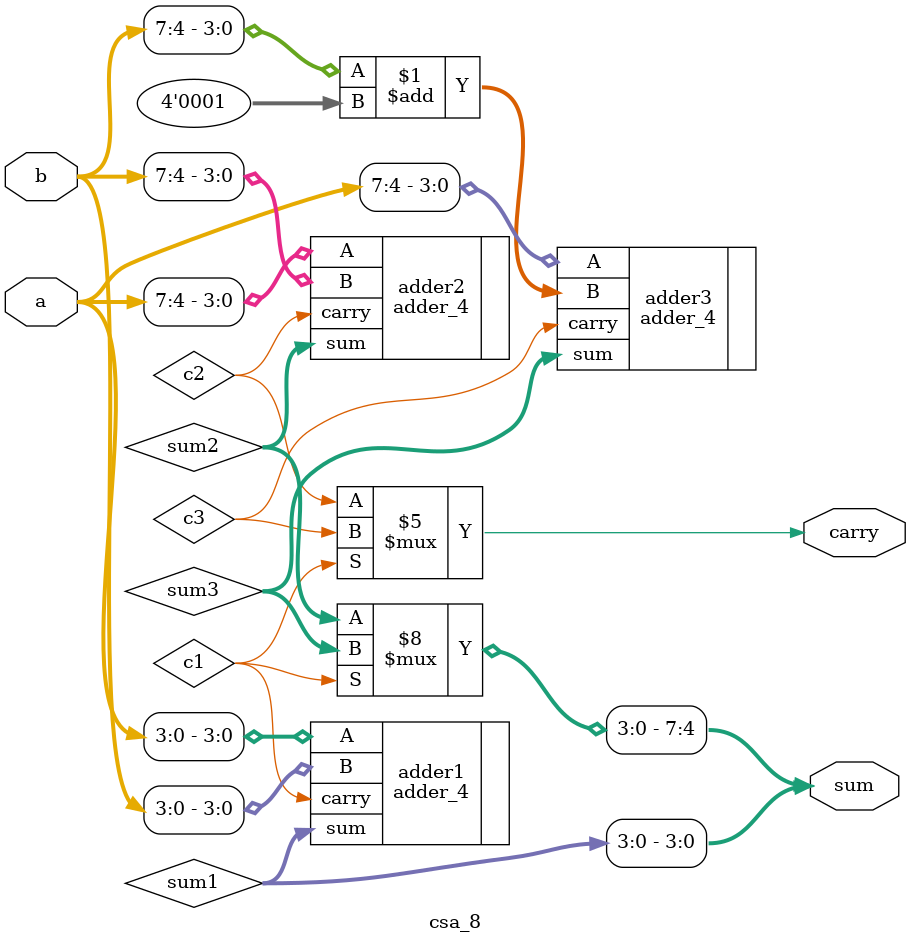
<source format=sv>
module csa_8 (
  input logic [7:0] a, b,
  output logic [7:0] sum,
  output logic carry
);
  
  logic c1, c2, c3;
  logic [3:0] sum1, sum2, sum3;

  adder_4 adder1(
    .A(a[3:0]),
    .B(b[3:0]),
    .sum(sum1),
    .carry(c1)
  );

  adder_4 adder2(
    .A(a[7:4]),
    .B(b[7:4]),
    .sum(sum2),
    .carry(c2)
  );

  adder_4 adder3(
    .A(a[7:4]),
    .B(b[7:4]+4'b0001),
    .sum(sum3),
    .carry(c3)
  );

  always_comb begin
    sum[3:0]=sum1;
    if(c1==0) begin
      sum[7:4]=sum2;
      carry=c2;
    end else begin
      sum[7:4]=sum3;
      carry=c3;
    end
  end
  
endmodule

</source>
